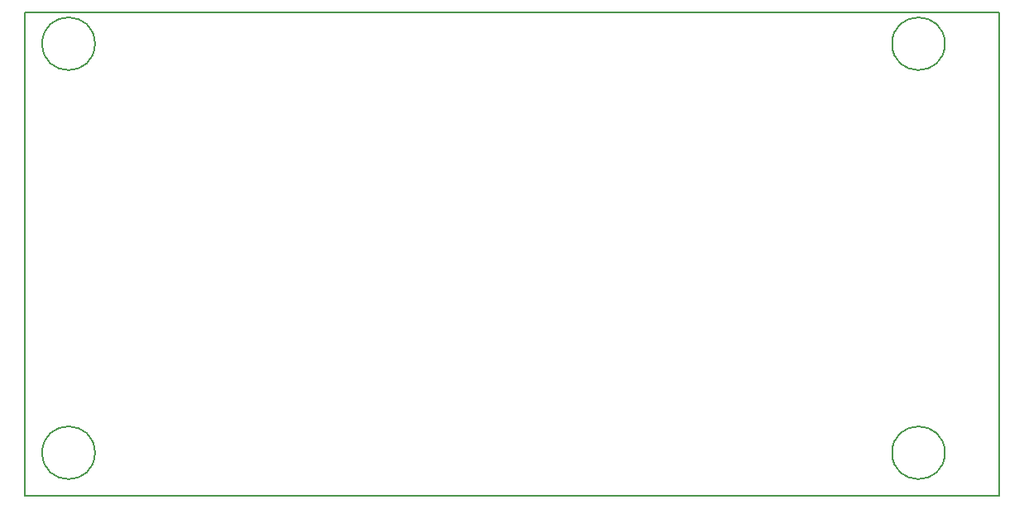
<source format=gbr>
%TF.GenerationSoftware,KiCad,Pcbnew,(5.0.0)*%
%TF.CreationDate,2018-07-24T20:25:44+02:00*%
%TF.ProjectId,tda2030StereoAmplifier,7464613230333053746572656F416D70,rev?*%
%TF.SameCoordinates,Original*%
%TF.FileFunction,Other,Comment*%
%FSLAX46Y46*%
G04 Gerber Fmt 4.6, Leading zero omitted, Abs format (unit mm)*
G04 Created by KiCad (PCBNEW (5.0.0)) date 07/24/18 20:25:44*
%MOMM*%
%LPD*%
G01*
G04 APERTURE LIST*
%ADD10C,0.150000*%
G04 APERTURE END LIST*
D10*
X17780000Y-95885000D02*
X117475000Y-95885000D01*
X17780000Y-95885000D02*
X17780000Y-46355000D01*
X117475000Y-46355000D02*
X117475000Y-95885000D01*
X17780000Y-46355000D02*
X117475000Y-46355000D01*
X24925000Y-91440000D02*
G75*
G03X24925000Y-91440000I-2700000J0D01*
G01*
X24925000Y-49530000D02*
G75*
G03X24925000Y-49530000I-2700000J0D01*
G01*
X111920000Y-49530000D02*
G75*
G03X111920000Y-49530000I-2700000J0D01*
G01*
X111920000Y-91440000D02*
G75*
G03X111920000Y-91440000I-2700000J0D01*
G01*
M02*

</source>
